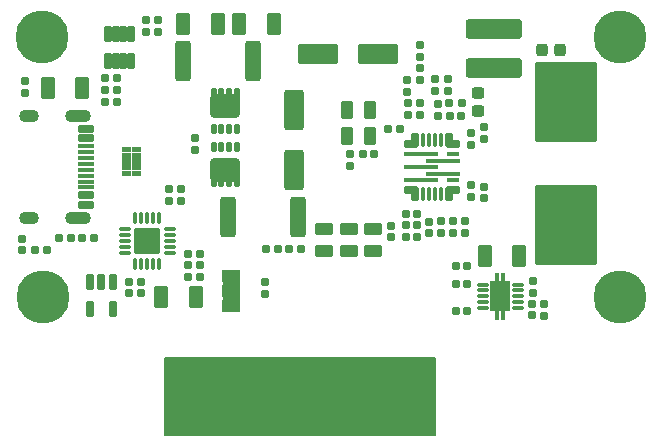
<source format=gbr>
%TF.GenerationSoftware,KiCad,Pcbnew,9.0.2*%
%TF.CreationDate,2026-02-15T12:31:08+01:00*%
%TF.ProjectId,PDNode-PDCard-5031,50444e6f-6465-42d5-9044-436172642d35,1.0.0*%
%TF.SameCoordinates,Original*%
%TF.FileFunction,Soldermask,Top*%
%TF.FilePolarity,Negative*%
%FSLAX46Y46*%
G04 Gerber Fmt 4.6, Leading zero omitted, Abs format (unit mm)*
G04 Created by KiCad (PCBNEW 9.0.2) date 2026-02-15 12:31:08*
%MOMM*%
%LPD*%
G01*
G04 APERTURE LIST*
G04 Aperture macros list*
%AMRoundRect*
0 Rectangle with rounded corners*
0 $1 Rounding radius*
0 $2 $3 $4 $5 $6 $7 $8 $9 X,Y pos of 4 corners*
0 Add a 4 corners polygon primitive as box body*
4,1,4,$2,$3,$4,$5,$6,$7,$8,$9,$2,$3,0*
0 Add four circle primitives for the rounded corners*
1,1,$1+$1,$2,$3*
1,1,$1+$1,$4,$5*
1,1,$1+$1,$6,$7*
1,1,$1+$1,$8,$9*
0 Add four rect primitives between the rounded corners*
20,1,$1+$1,$2,$3,$4,$5,0*
20,1,$1+$1,$4,$5,$6,$7,0*
20,1,$1+$1,$6,$7,$8,$9,0*
20,1,$1+$1,$8,$9,$2,$3,0*%
G04 Aperture macros list end*
%ADD10C,0.150000*%
%ADD11C,0.010000*%
%ADD12C,0.800000*%
%ADD13C,4.500000*%
%ADD14RoundRect,0.050000X2.540000X-3.304540X2.540000X3.304540X-2.540000X3.304540X-2.540000X-3.304540X0*%
%ADD15RoundRect,0.165000X0.165000X0.195000X-0.165000X0.195000X-0.165000X-0.195000X0.165000X-0.195000X0*%
%ADD16RoundRect,0.160000X-0.210000X0.160000X-0.210000X-0.160000X0.210000X-0.160000X0.210000X0.160000X0*%
%ADD17RoundRect,0.087500X-0.387500X-0.087500X0.387500X-0.087500X0.387500X0.087500X-0.387500X0.087500X0*%
%ADD18RoundRect,0.087500X-0.087500X-0.387500X0.087500X-0.387500X0.087500X0.387500X-0.087500X0.387500X0*%
%ADD19RoundRect,0.050000X-1.025000X-1.025000X1.025000X-1.025000X1.025000X1.025000X-1.025000X1.025000X0*%
%ADD20RoundRect,0.160000X0.210000X-0.160000X0.210000X0.160000X-0.210000X0.160000X-0.210000X-0.160000X0*%
%ADD21RoundRect,0.271739X0.353261X0.678261X-0.353261X0.678261X-0.353261X-0.678261X0.353261X-0.678261X0*%
%ADD22RoundRect,0.275000X0.275000X0.500000X-0.275000X0.500000X-0.275000X-0.500000X0.275000X-0.500000X0*%
%ADD23RoundRect,0.160000X0.160000X0.210000X-0.160000X0.210000X-0.160000X-0.210000X0.160000X-0.210000X0*%
%ADD24RoundRect,0.175000X-0.175000X0.537500X-0.175000X-0.537500X0.175000X-0.537500X0.175000X0.537500X0*%
%ADD25RoundRect,0.175000X-0.525000X0.175000X-0.525000X-0.175000X0.525000X-0.175000X0.525000X0.175000X0*%
%ADD26RoundRect,0.100000X-0.600000X0.100000X-0.600000X-0.100000X0.600000X-0.100000X0.600000X0.100000X0*%
%ADD27O,2.200000X1.100000*%
%ADD28O,1.700000X1.100000*%
%ADD29RoundRect,0.270409X0.392091X1.454591X-0.392091X1.454591X-0.392091X-1.454591X0.392091X-1.454591X0*%
%ADD30RoundRect,0.050000X-0.550000X-0.250000X0.550000X-0.250000X0.550000X0.250000X-0.550000X0.250000X0*%
%ADD31RoundRect,0.050000X-0.250000X-0.550000X0.250000X-0.550000X0.250000X0.550000X-0.250000X0.550000X0*%
%ADD32RoundRect,0.050000X-1.400000X-0.125000X1.400000X-0.125000X1.400000X0.125000X-1.400000X0.125000X0*%
%ADD33RoundRect,0.050000X-0.125000X-0.550000X0.125000X-0.550000X0.125000X0.550000X-0.125000X0.550000X0*%
%ADD34RoundRect,0.050000X-0.500000X-0.125000X0.500000X-0.125000X0.500000X0.125000X-0.500000X0.125000X0*%
%ADD35RoundRect,0.250000X-0.250000X-0.275000X0.250000X-0.275000X0.250000X0.275000X-0.250000X0.275000X0*%
%ADD36RoundRect,0.160000X-0.160000X-0.210000X0.160000X-0.210000X0.160000X0.210000X-0.160000X0.210000X0*%
%ADD37RoundRect,0.165000X0.195000X-0.165000X0.195000X0.165000X-0.195000X0.165000X-0.195000X-0.165000X0*%
%ADD38RoundRect,0.050000X-0.350000X-2.150000X0.350000X-2.150000X0.350000X2.150000X-0.350000X2.150000X0*%
%ADD39RoundRect,0.050000X-0.350000X-1.600000X0.350000X-1.600000X0.350000X1.600000X-0.350000X1.600000X0*%
%ADD40RoundRect,0.165000X-0.165000X-0.195000X0.165000X-0.195000X0.165000X0.195000X-0.165000X0.195000X0*%
%ADD41RoundRect,0.050000X-0.750000X0.500000X-0.750000X-0.500000X0.750000X-0.500000X0.750000X0.500000X0*%
%ADD42RoundRect,0.165000X-0.195000X0.165000X-0.195000X-0.165000X0.195000X-0.165000X0.195000X0.165000X0*%
%ADD43RoundRect,0.095000X-0.380000X-0.095000X0.380000X-0.095000X0.380000X0.095000X-0.380000X0.095000X0*%
%ADD44RoundRect,0.050000X-0.140000X-0.350000X0.140000X-0.350000X0.140000X0.350000X-0.140000X0.350000X0*%
%ADD45RoundRect,0.050000X-0.825000X-1.200000X0.825000X-1.200000X0.825000X1.200000X-0.825000X1.200000X0*%
%ADD46RoundRect,0.271739X-0.353261X-0.678261X0.353261X-0.678261X0.353261X0.678261X-0.353261X0.678261X0*%
%ADD47RoundRect,0.130000X-0.130000X0.270000X-0.130000X-0.270000X0.130000X-0.270000X0.130000X0.270000X0*%
%ADD48RoundRect,0.305625X-0.930731X0.713125X-0.930731X-0.713125X0.930731X-0.713125X0.930731X0.713125X0*%
%ADD49RoundRect,0.078000X-0.182000X0.409500X-0.182000X-0.409500X0.182000X-0.409500X0.182000X0.409500X0*%
%ADD50RoundRect,0.265625X1.446875X0.584375X-1.446875X0.584375X-1.446875X-0.584375X1.446875X-0.584375X0*%
%ADD51RoundRect,0.275000X-0.500000X0.275000X-0.500000X-0.275000X0.500000X-0.275000X0.500000X0.275000X0*%
%ADD52RoundRect,0.172500X-0.197500X0.172500X-0.197500X-0.172500X0.197500X-0.172500X0.197500X0.172500X0*%
%ADD53RoundRect,0.265625X0.584375X-1.446875X0.584375X1.446875X-0.584375X1.446875X-0.584375X-1.446875X0*%
%ADD54RoundRect,0.150000X0.150000X-0.562500X0.150000X0.562500X-0.150000X0.562500X-0.150000X-0.562500X0*%
%ADD55RoundRect,0.130000X0.130000X-0.270000X0.130000X0.270000X-0.130000X0.270000X-0.130000X-0.270000X0*%
%ADD56RoundRect,0.305625X0.930731X-0.713125X0.930731X0.713125X-0.930731X0.713125X-0.930731X-0.713125X0*%
%ADD57RoundRect,0.078000X0.182000X-0.409500X0.182000X0.409500X-0.182000X0.409500X-0.182000X-0.409500X0*%
%ADD58RoundRect,0.250000X-0.275000X0.250000X-0.275000X-0.250000X0.275000X-0.250000X0.275000X0.250000X0*%
%ADD59RoundRect,0.303571X2.096429X-0.546429X2.096429X0.546429X-2.096429X0.546429X-2.096429X-0.546429X0*%
G04 APERTURE END LIST*
D10*
X12975000Y5875000D02*
X35800000Y5875000D01*
X35800000Y-725000D01*
X12975000Y-725000D01*
X12975000Y5875000D01*
G36*
X12975000Y5875000D02*
G01*
X35800000Y5875000D01*
X35800000Y-725000D01*
X12975000Y-725000D01*
X12975000Y5875000D01*
G37*
%TO.C,JP1*%
G36*
X19350000Y12300000D02*
G01*
X17850000Y12300000D01*
X17850000Y10700000D01*
X19350000Y10700000D01*
X19350000Y12300000D01*
G37*
D11*
%TO.C,D5*%
X10035000Y23330000D02*
X9330000Y23330000D01*
X9330000Y23670000D01*
X10035000Y23670000D01*
X10035000Y23330000D01*
G36*
X10035000Y23330000D02*
G01*
X9330000Y23330000D01*
X9330000Y23670000D01*
X10035000Y23670000D01*
X10035000Y23330000D01*
G37*
X10035000Y22830000D02*
X9330000Y22830000D01*
X9330000Y23170000D01*
X10035000Y23170000D01*
X10035000Y22830000D01*
G36*
X10035000Y22830000D02*
G01*
X9330000Y22830000D01*
X9330000Y23170000D01*
X10035000Y23170000D01*
X10035000Y22830000D01*
G37*
X10035000Y22230000D02*
X9330000Y22230000D01*
X9330000Y22770000D01*
X10035000Y22770000D01*
X10035000Y22230000D01*
G36*
X10035000Y22230000D02*
G01*
X9330000Y22230000D01*
X9330000Y22770000D01*
X10035000Y22770000D01*
X10035000Y22230000D01*
G37*
X10035000Y21830000D02*
X9330000Y21830000D01*
X9330000Y22170000D01*
X10035000Y22170000D01*
X10035000Y21830000D01*
G36*
X10035000Y21830000D02*
G01*
X9330000Y21830000D01*
X9330000Y22170000D01*
X10035000Y22170000D01*
X10035000Y21830000D01*
G37*
X10035000Y21330000D02*
X9330000Y21330000D01*
X9330000Y21670000D01*
X10035000Y21670000D01*
X10035000Y21330000D01*
G36*
X10035000Y21330000D02*
G01*
X9330000Y21330000D01*
X9330000Y21670000D01*
X10035000Y21670000D01*
X10035000Y21330000D01*
G37*
X10870000Y23330000D02*
X10165000Y23330000D01*
X10165000Y23670000D01*
X10870000Y23670000D01*
X10870000Y23330000D01*
G36*
X10870000Y23330000D02*
G01*
X10165000Y23330000D01*
X10165000Y23670000D01*
X10870000Y23670000D01*
X10870000Y23330000D01*
G37*
X10870000Y22830000D02*
X10165000Y22830000D01*
X10165000Y23170000D01*
X10870000Y23170000D01*
X10870000Y22830000D01*
G36*
X10870000Y22830000D02*
G01*
X10165000Y22830000D01*
X10165000Y23170000D01*
X10870000Y23170000D01*
X10870000Y22830000D01*
G37*
X10870000Y22230000D02*
X10165000Y22230000D01*
X10165000Y22770000D01*
X10870000Y22770000D01*
X10870000Y22230000D01*
G36*
X10870000Y22230000D02*
G01*
X10165000Y22230000D01*
X10165000Y22770000D01*
X10870000Y22770000D01*
X10870000Y22230000D01*
G37*
X10870000Y21830000D02*
X10165000Y21830000D01*
X10165000Y22170000D01*
X10870000Y22170000D01*
X10870000Y21830000D01*
G36*
X10870000Y21830000D02*
G01*
X10165000Y21830000D01*
X10165000Y22170000D01*
X10870000Y22170000D01*
X10870000Y21830000D01*
G37*
X10870000Y21330000D02*
X10165000Y21330000D01*
X10165000Y21670000D01*
X10870000Y21670000D01*
X10870000Y21330000D01*
G36*
X10870000Y21330000D02*
G01*
X10165000Y21330000D01*
X10165000Y21670000D01*
X10870000Y21670000D01*
X10870000Y21330000D01*
G37*
%TD*%
D12*
%TO.C,H3*%
X51500000Y31375000D03*
X50333274Y31858274D03*
X52666726Y31858274D03*
X49850000Y33025000D03*
D13*
X51500000Y33025000D03*
D12*
X53150000Y33025000D03*
X50333274Y34191726D03*
X52666726Y34191726D03*
X51500000Y34675000D03*
%TD*%
D14*
%TO.C,L1*%
X46950000Y27525000D03*
X46950000Y17125020D03*
%TD*%
D15*
%TO.C,C5*%
X30680000Y23100000D03*
X29720000Y23100000D03*
%TD*%
D16*
%TO.C,R8*%
X38900000Y24860000D03*
X38900000Y23840000D03*
%TD*%
D12*
%TO.C,H1*%
X2589229Y31371686D03*
X1422503Y31854960D03*
X3755955Y31854960D03*
X939229Y33021686D03*
D13*
X2589229Y33021686D03*
D12*
X4239229Y33021686D03*
X1422503Y34188412D03*
X3755955Y34188412D03*
X2589229Y34671686D03*
%TD*%
D17*
%TO.C,IC2*%
X9550000Y16730000D03*
X9550000Y16230000D03*
X9550000Y15730000D03*
X9550000Y15230000D03*
X9550000Y14730000D03*
D18*
X10475000Y13805000D03*
X10975000Y13805000D03*
X11475000Y13805000D03*
X11975000Y13805000D03*
X12475000Y13805000D03*
D17*
X13400000Y14730000D03*
X13400000Y15230000D03*
X13400000Y15730000D03*
X13400000Y16230000D03*
X13400000Y16730000D03*
D18*
X12475000Y17655000D03*
X11975000Y17655000D03*
X11475000Y17655000D03*
X10975000Y17655000D03*
X10475000Y17655000D03*
D19*
X11475000Y15730000D03*
%TD*%
D20*
%TO.C,R12*%
X35850000Y28440000D03*
X35850000Y29460000D03*
%TD*%
D16*
%TO.C,R43*%
X44100000Y12385000D03*
X44100000Y11365000D03*
%TD*%
D21*
%TO.C,C29*%
X42975000Y14500000D03*
X40025000Y14500000D03*
%TD*%
D22*
%TO.C,C2*%
X30300000Y24650000D03*
X28400000Y24650000D03*
%TD*%
D20*
%TO.C,R9*%
X38900000Y19490000D03*
X38900000Y20510000D03*
%TD*%
%TO.C,R17*%
X13300000Y19100000D03*
X13300000Y20120000D03*
%TD*%
%TO.C,R29*%
X8900000Y27530000D03*
X8900000Y28550000D03*
%TD*%
D23*
%TO.C,R20*%
X15910000Y13680000D03*
X14890000Y13680000D03*
%TD*%
D24*
%TO.C,IC20*%
X8542481Y12247139D03*
X7592481Y12247139D03*
X6642481Y12247139D03*
X6642481Y9972139D03*
X8542481Y9972139D03*
%TD*%
D25*
%TO.C,J1*%
X6245000Y25225000D03*
X6245000Y24425000D03*
D26*
X6245000Y23275000D03*
X6245000Y22275000D03*
X6245000Y21775000D03*
X6245000Y20775000D03*
D25*
X6245000Y19625000D03*
X6245000Y18825000D03*
X6245000Y18825000D03*
X6245000Y19625000D03*
D26*
X6245000Y20275000D03*
X6245000Y21275000D03*
X6245000Y22775000D03*
X6245000Y23775000D03*
D25*
X6245000Y24425000D03*
X6245000Y25225000D03*
D27*
X5605000Y26345000D03*
D28*
X1425000Y26345000D03*
D27*
X5605000Y17705000D03*
D28*
X1425000Y17705000D03*
%TD*%
D23*
%TO.C,R45*%
X12420000Y33400000D03*
X11400000Y33400000D03*
%TD*%
D12*
%TO.C,H2*%
X2619995Y9367466D03*
X1453269Y9850740D03*
X3786721Y9850740D03*
X969995Y11017466D03*
D13*
X2619995Y11017466D03*
D12*
X4269995Y11017466D03*
X1453269Y12184192D03*
X3786721Y12184192D03*
X2619995Y12667466D03*
%TD*%
D29*
%TO.C,R14*%
X24262500Y17800000D03*
X18337500Y17800000D03*
%TD*%
D22*
%TO.C,C3*%
X30300000Y26800000D03*
X28400000Y26800000D03*
%TD*%
D30*
%TO.C,IC1*%
X33825000Y23950000D03*
D31*
X34125000Y24250000D03*
D32*
X34675000Y23100000D03*
X34675000Y22000000D03*
X34675000Y20900000D03*
D30*
X33825000Y20050000D03*
D31*
X34125000Y19750000D03*
D33*
X34825000Y19750000D03*
X35325000Y19750000D03*
X35825000Y19750000D03*
X36325000Y19750000D03*
D31*
X37025000Y19750000D03*
D30*
X37325000Y20050000D03*
D34*
X37375000Y20900000D03*
D32*
X36475000Y21450000D03*
X36475000Y22550000D03*
D34*
X37375000Y23100000D03*
D31*
X37025000Y24250000D03*
D30*
X37325000Y23950000D03*
D33*
X36325000Y24250000D03*
X35825000Y24250000D03*
X35325000Y24250000D03*
X34825000Y24250000D03*
%TD*%
D35*
%TO.C,C14*%
X44900000Y31950000D03*
X46450000Y31950000D03*
%TD*%
D36*
%TO.C,R49*%
X1940000Y14950000D03*
X2960000Y14950000D03*
%TD*%
D37*
%TO.C,C7*%
X34550000Y26440000D03*
X34550000Y27400000D03*
%TD*%
D38*
%TO.C,J2*%
X14750000Y3525000D03*
X15750000Y3525000D03*
X16750000Y3525000D03*
X17750000Y3525000D03*
X18750000Y3525000D03*
X19750000Y3525000D03*
X20750000Y3525000D03*
X21750000Y3525000D03*
X22750000Y3525000D03*
X23750000Y3525000D03*
X24750000Y3525000D03*
X27750000Y3525000D03*
X28750000Y3525000D03*
X29750000Y3525000D03*
X30750000Y3525000D03*
X31750000Y3525000D03*
D39*
X32750000Y4075000D03*
D38*
X33750000Y3525000D03*
%TD*%
D40*
%TO.C,C18*%
X7930000Y29500000D03*
X8890000Y29500000D03*
%TD*%
D41*
%TO.C,JP1*%
X18600000Y12800000D03*
X18600000Y11500000D03*
X18600000Y10200000D03*
%TD*%
D42*
%TO.C,C28*%
X44075000Y10405000D03*
X44075000Y9445000D03*
%TD*%
D20*
%TO.C,R4*%
X37350000Y16390000D03*
X37350000Y17410000D03*
%TD*%
D23*
%TO.C,R19*%
X15910000Y14680000D03*
X14890000Y14680000D03*
%TD*%
D43*
%TO.C,IC6*%
X39875000Y12050000D03*
X39875000Y11550000D03*
X39875000Y11050000D03*
X39875000Y10550000D03*
X39875000Y10050000D03*
X42825000Y10050000D03*
X42825000Y10550000D03*
X42825000Y11050000D03*
X42825000Y11550000D03*
X42825000Y12050000D03*
D44*
X41100000Y12600000D03*
X41100000Y9500000D03*
D45*
X41350000Y11050000D03*
D44*
X41600000Y12600000D03*
X41600000Y9500000D03*
%TD*%
D16*
%TO.C,R1*%
X34550000Y32360000D03*
X34550000Y31340000D03*
%TD*%
D21*
%TO.C,C23*%
X5975000Y28705000D03*
X3025000Y28705000D03*
%TD*%
D42*
%TO.C,C10*%
X32100000Y17030000D03*
X32100000Y16070000D03*
%TD*%
D16*
%TO.C,R16*%
X34329654Y17055585D03*
X34329654Y16035585D03*
%TD*%
D46*
%TO.C,C21*%
X12625000Y10980000D03*
X15575000Y10980000D03*
%TD*%
D20*
%TO.C,R37*%
X21441952Y11242730D03*
X21441952Y12262730D03*
%TD*%
D16*
%TO.C,R42*%
X45100000Y10435000D03*
X45100000Y9415000D03*
%TD*%
D23*
%TO.C,R23*%
X15910000Y12680000D03*
X14890000Y12680000D03*
%TD*%
D42*
%TO.C,C9*%
X39950000Y20300000D03*
X39950000Y19340000D03*
%TD*%
D40*
%TO.C,C4*%
X31870000Y25250000D03*
X32830000Y25250000D03*
%TD*%
D36*
%TO.C,R25*%
X21490000Y15100000D03*
X22510000Y15100000D03*
%TD*%
D47*
%TO.C,T1*%
X19040000Y23730000D03*
X18390000Y23730000D03*
X17740000Y23730000D03*
X17090000Y23730000D03*
D48*
X18063644Y21786250D03*
D49*
X17087287Y20816864D03*
X17739950Y20816864D03*
X18389980Y20814232D03*
X19040000Y20817500D03*
%TD*%
D42*
%TO.C,C13*%
X35350000Y17380000D03*
X35350000Y16420000D03*
%TD*%
D16*
%TO.C,R10*%
X36900000Y29460000D03*
X36900000Y28440000D03*
%TD*%
D50*
%TO.C,C1*%
X31037500Y31550000D03*
X25962500Y31550000D03*
%TD*%
D15*
%TO.C,C27*%
X38555000Y9800000D03*
X37595000Y9800000D03*
%TD*%
D46*
%TO.C,C39*%
X19220646Y34141299D03*
X22170646Y34141299D03*
%TD*%
D42*
%TO.C,C8*%
X39950000Y25350000D03*
X39950000Y24390000D03*
%TD*%
D51*
%TO.C,C12*%
X30600000Y16750000D03*
X30600000Y14850000D03*
%TD*%
D52*
%TO.C,D1*%
X900000Y15920000D03*
X900000Y14950000D03*
%TD*%
D23*
%TO.C,R52*%
X6950000Y16023250D03*
X5930000Y16023250D03*
%TD*%
D16*
%TO.C,R2*%
X34550000Y30410000D03*
X34550000Y29390000D03*
%TD*%
D51*
%TO.C,C20*%
X28550000Y16750000D03*
X28550000Y14850000D03*
%TD*%
D42*
%TO.C,C22*%
X10900000Y12260000D03*
X10900000Y11300000D03*
%TD*%
D40*
%TO.C,C16*%
X33370000Y18050000D03*
X34330000Y18050000D03*
%TD*%
D20*
%TO.C,R5*%
X38350000Y16390000D03*
X38350000Y17410000D03*
%TD*%
D15*
%TO.C,C26*%
X38555000Y12125000D03*
X37595000Y12125000D03*
%TD*%
D21*
%TO.C,C38*%
X17425000Y34150000D03*
X14475000Y34150000D03*
%TD*%
D37*
%TO.C,C11*%
X28600000Y22120000D03*
X28600000Y23080000D03*
%TD*%
D15*
%TO.C,C6*%
X38050000Y26300000D03*
X37090000Y26300000D03*
%TD*%
D53*
%TO.C,C19*%
X23900000Y21762500D03*
X23900000Y26837500D03*
%TD*%
D54*
%TO.C,IC3*%
X8150000Y31000000D03*
X8800000Y31000000D03*
X9450000Y31000000D03*
X10100000Y31000000D03*
X10100000Y33275000D03*
X9450000Y33275000D03*
X8800000Y33275000D03*
X8150000Y33275000D03*
%TD*%
D16*
%TO.C,R21*%
X15550000Y24460000D03*
X15550000Y23440000D03*
%TD*%
D20*
%TO.C,R28*%
X7900000Y27530000D03*
X7900000Y28550000D03*
%TD*%
D23*
%TO.C,R53*%
X5000000Y16023250D03*
X3980000Y16023250D03*
%TD*%
D36*
%TO.C,R27*%
X23490000Y15100000D03*
X24510000Y15100000D03*
%TD*%
D55*
%TO.C,T2*%
X17090000Y25230000D03*
X17740000Y25230000D03*
X18390000Y25230000D03*
X19040000Y25230000D03*
D56*
X18066356Y27173750D03*
D57*
X19042713Y28143136D03*
X18390050Y28143136D03*
X17740020Y28145768D03*
X17090000Y28142500D03*
%TD*%
D20*
%TO.C,R6*%
X36350000Y16390000D03*
X36350000Y17410000D03*
%TD*%
D16*
%TO.C,R13*%
X36097544Y27364935D03*
X36097544Y26344935D03*
%TD*%
D20*
%TO.C,R3*%
X33536657Y26410000D03*
X33536657Y27430000D03*
%TD*%
D23*
%TO.C,R47*%
X12420000Y34475000D03*
X11400000Y34475000D03*
%TD*%
D20*
%TO.C,R18*%
X14300000Y19090000D03*
X14300000Y20110000D03*
%TD*%
D16*
%TO.C,R7*%
X33500000Y29360000D03*
X33500000Y28340000D03*
%TD*%
D36*
%TO.C,R11*%
X37060000Y27400000D03*
X38080000Y27400000D03*
%TD*%
D29*
%TO.C,R24*%
X20462500Y30950000D03*
X14537500Y30950000D03*
%TD*%
D52*
%TO.C,D2*%
X1150000Y29267500D03*
X1150000Y28297500D03*
%TD*%
D58*
%TO.C,C15*%
X39500000Y28275000D03*
X39500000Y26725000D03*
%TD*%
D59*
%TO.C,L2*%
X40800000Y30400000D03*
X40800000Y33700000D03*
%TD*%
D16*
%TO.C,R15*%
X33368142Y17059370D03*
X33368142Y16039370D03*
%TD*%
D42*
%TO.C,C33*%
X9900000Y12260000D03*
X9900000Y11300000D03*
%TD*%
D12*
%TO.C,H4*%
X51500000Y9375000D03*
X50333274Y9858274D03*
X52666726Y9858274D03*
X49850000Y11025000D03*
D13*
X51500000Y11025000D03*
D12*
X53150000Y11025000D03*
X50333274Y12191726D03*
X52666726Y12191726D03*
X51500000Y12675000D03*
%TD*%
D51*
%TO.C,C17*%
X26450000Y16750000D03*
X26450000Y14850000D03*
%TD*%
D15*
%TO.C,C32*%
X38580000Y13600000D03*
X37620000Y13600000D03*
%TD*%
M02*

</source>
